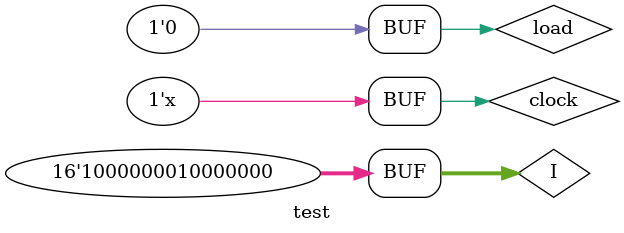
<source format=v>
/*
Serra BOZKURT 150190710 
Sule Beyza KARADAG 150180024
Ahmet Furkan KAVRAZ 150190024
*/


`timescale 1ns / 1ps

module test();
    /* SR Latch withoutEnable FlipFlop
    reg S, R;
    wire Q, Qn;
    
    SR_Latch_withoutEnable  uut0(S , R , Q, Qn);
    
    initial begin
        S = 0; R = 0;  #100;
        S = 0; R = 1;  #100;
        S = 1; R = 0;  #100;
        S = 1; R = 1;  #100;
        S = 0; R = 0;  #100;
        S = 0; R = 1;  #100;
        S = 1; R = 0;  #100;
        S = 1; R = 1;  #100;
        S = 0; R = 0;  #100;
        S = 0; R = 1;  #100;
    end
    */

    /* SR Latch withEnable FlipFlop
    reg S, R, E;
    wire Q, Qn;
    
    SR_Latch_withEnable  uut0(S , R, E , Q, Qn);
    
    initial begin
        S = 0; R = 0;  E = 0; #50;
        S = 0; R = 1;  E = 0; #50;
        S = 1; R = 0;  E = 0; #50;
        S = 1; R = 1;  E = 0; #50;
        S = 0; R = 0;  E = 0; #50;
        S = 0; R = 1;  E = 0; #50;
        S = 1; R = 0;  E = 0; #50;
        S = 1; R = 1;  E = 0; #50;
        S = 0; R = 0;  E = 0; #50;
        S = 0; R = 1;  E = 0; #50;
        S = 0; R = 0;  E = 1; #50;
        S = 0; R = 1;  E = 1; #50;
        S = 1; R = 0;  E = 1; #50;
        S = 1; R = 1;  E = 1; #50;
        S = 0; R = 0;  E = 1; #50;
        S = 0; R = 1;  E = 1; #50;
        S = 1; R = 0;  E = 1; #50;
        S = 1; R = 1;  E = 1; #50;
        S = 0; R = 0;  E = 1; #50;
        S = 0; R = 1;  E = 1; #50;
    end
    */
    
    /* D Latch
    reg A, E;
    wire Q, Qn;
    
    D_Latch  uut0(A , E , Q, Qn);
    
    initial begin
        A = 0; E = 0;  #100;
        A = 0; E = 1;  #100;
        A = 1; E = 0;  #100;
        A = 1; E = 1;  #100;
        A = 0; E = 0;  #100;
        A = 0; E = 1;  #100;
        A = 1; E = 0;  #100;
        A = 1; E = 1;  #100;
        A = 0; E = 0;  #100;
        A = 0; E = 1;  #100;
    end
    */
    
    

    /* D FlipFlop
    reg A, Clock;
    wire Q, Qn;
    
    D_FlipFlop  uut0(A , Clock , Q, Qn);
    
    initial begin
        A = 0; Clock = 0;  #100;
        A = 0; Clock = 1;  #100;
        A = 1; Clock = 0;  #100;
        A = 1; Clock = 1;  #100;
        A = 0; Clock = 0;  #100;
        A = 0; Clock = 1;  #100;
        A = 1; Clock = 0;  #100;
        A = 1; Clock = 1;  #100;
        A = 0; Clock = 0;  #100;
        A = 0; Clock = 1;  #100;
    end
    */
    
    
    /**/
    
    reg [15:0] I;
    reg clock, load;
    wire shift_out;
    shift_register_16 uut(I, clock, load, shift_out);
    
    
    
    /* 1/2 frequency
    initial begin
        I = 16'b1010101010101010;   load = 1; clock = 0; #40;
        load = 0; #1000;
    end
    always begin
        clock = ~clock ; #40; // Toggle clock signal
    end
    */
    
    /* 1/4 frequency
    initial begin
        I = 16'b1100110011001100;   load = 1; clock = 0; #40;
        load = 0; #1000;
    end
    always begin
        clock = ~clock ; #40; // Toggle clock signal
    end
    */
   
    /* 1/8 frequency
    initial begin
        I = 16'b1111000011110000;   load = 1; clock = 0; #40;
        load = 0; #1000;
    end
    always begin
        clock = ~clock ; #40; // Toggle clock signal
    end
    */

    /* 1/7 pulse-gap duration*/
    initial begin
        I = 16'b1000000010000000;   load = 1; clock = 0; #20;
        load = 0; #1000;
    end
    always begin
        clock = ~clock ; #20; // Toggle clock signal
    end
    


    /* 1/15 pulse-gap duration
    initial begin
        I = 16'b1000000000000000;   load = 1; clock = 0; #20;
        load = 0; #1000;
    end
    always begin
        clock = ~clock ; #20; // Toggle clock signal
    end
    */


    /* 3/13 pulse-gap duration
    initial begin
        I = 16'b1110000000000000;   load = 1; clock = 0; #20;
        load = 0; #1000;
    end
    always begin
        clock = ~clock ; #20; // Toggle clock signal
    end
    */
    
    
    /* 11/5 pulse-gap duration
    initial begin
        I = 16'b1111111111100000;   load = 1; clock = 0; #20;
        load = 0; #1000;
    end
    always begin
        clock = ~clock ; #20; // Toggle clock signal
    end
    */
endmodule

</source>
